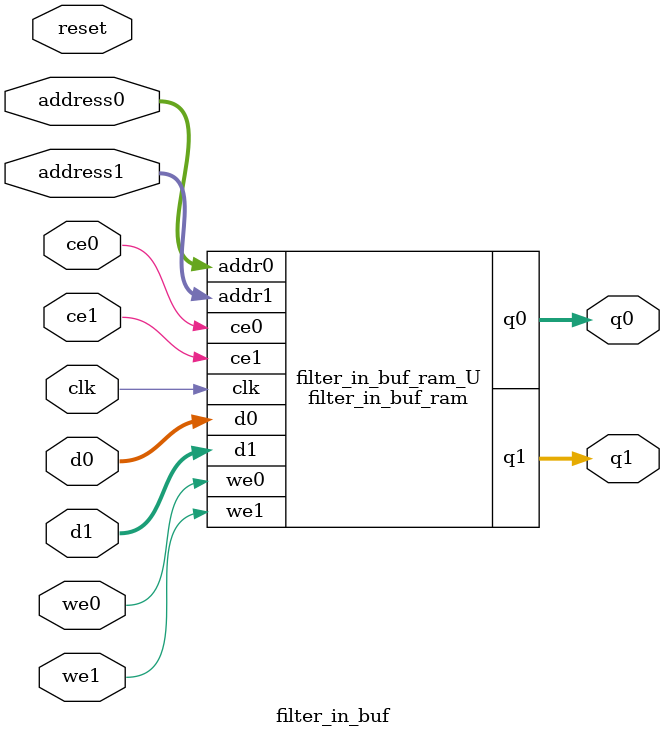
<source format=v>
`timescale 1 ns / 1 ps
module filter_in_buf_ram (addr0, ce0, d0, we0, q0, addr1, ce1, d1, we1, q1,  clk);

parameter DWIDTH = 64;
parameter AWIDTH = 12;
parameter MEM_SIZE = 4096;

input[AWIDTH-1:0] addr0;
input ce0;
input[DWIDTH-1:0] d0;
input we0;
output reg[DWIDTH-1:0] q0;
input[AWIDTH-1:0] addr1;
input ce1;
input[DWIDTH-1:0] d1;
input we1;
output reg[DWIDTH-1:0] q1;
input clk;

(* ram_style = "block" *)reg [DWIDTH-1:0] ram[0:MEM_SIZE-1];




always @(posedge clk)  
begin 
    if (ce0) 
    begin
        if (we0) 
        begin 
            ram[addr0] <= d0; 
        end 
        q0 <= ram[addr0];
    end
end


always @(posedge clk)  
begin 
    if (ce1) 
    begin
        if (we1) 
        begin 
            ram[addr1] <= d1; 
        end 
        q1 <= ram[addr1];
    end
end


endmodule

`timescale 1 ns / 1 ps
module filter_in_buf(
    reset,
    clk,
    address0,
    ce0,
    we0,
    d0,
    q0,
    address1,
    ce1,
    we1,
    d1,
    q1);

parameter DataWidth = 32'd64;
parameter AddressRange = 32'd4096;
parameter AddressWidth = 32'd12;
input reset;
input clk;
input[AddressWidth - 1:0] address0;
input ce0;
input we0;
input[DataWidth - 1:0] d0;
output[DataWidth - 1:0] q0;
input[AddressWidth - 1:0] address1;
input ce1;
input we1;
input[DataWidth - 1:0] d1;
output[DataWidth - 1:0] q1;



filter_in_buf_ram filter_in_buf_ram_U(
    .clk( clk ),
    .addr0( address0 ),
    .ce0( ce0 ),
    .we0( we0 ),
    .d0( d0 ),
    .q0( q0 ),
    .addr1( address1 ),
    .ce1( ce1 ),
    .we1( we1 ),
    .d1( d1 ),
    .q1( q1 ));

endmodule


</source>
